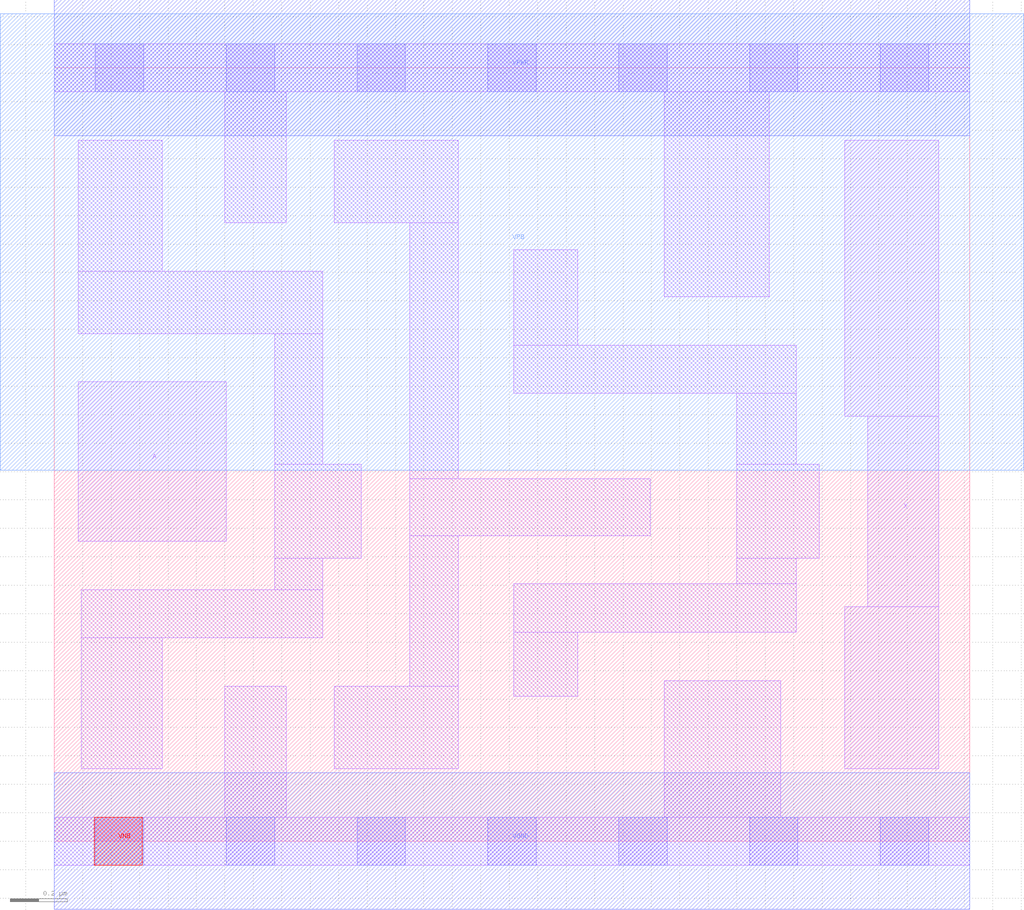
<source format=lef>
# Copyright 2020 The SkyWater PDK Authors
#
# Licensed under the Apache License, Version 2.0 (the "License");
# you may not use this file except in compliance with the License.
# You may obtain a copy of the License at
#
#     https://www.apache.org/licenses/LICENSE-2.0
#
# Unless required by applicable law or agreed to in writing, software
# distributed under the License is distributed on an "AS IS" BASIS,
# WITHOUT WARRANTIES OR CONDITIONS OF ANY KIND, either express or implied.
# See the License for the specific language governing permissions and
# limitations under the License.
#
# SPDX-License-Identifier: Apache-2.0

VERSION 5.7 ;
  NOWIREEXTENSIONATPIN ON ;
  DIVIDERCHAR "/" ;
  BUSBITCHARS "[]" ;
PROPERTYDEFINITIONS
  MACRO maskLayoutSubType STRING ;
  MACRO prCellType STRING ;
  MACRO originalViewName STRING ;
END PROPERTYDEFINITIONS
MACRO sky130_fd_sc_hdll__dlygate4sd2_1
  CLASS CORE ;
  FOREIGN sky130_fd_sc_hdll__dlygate4sd2_1 ;
  ORIGIN  0.000000  0.000000 ;
  SIZE  3.220000 BY  2.720000 ;
  SYMMETRY X Y R90 ;
  SITE unithd ;
  PIN A
    ANTENNAGATEAREA  0.138600 ;
    DIRECTION INPUT ;
    USE SIGNAL ;
    PORT
      LAYER li1 ;
        RECT 0.085000 1.055000 0.605000 1.615000 ;
    END
  END A
  PIN VNB
    PORT
      LAYER pwell ;
        RECT 0.140000 -0.085000 0.310000 0.085000 ;
    END
  END VNB
  PIN VPB
    PORT
      LAYER nwell ;
        RECT -0.190000 1.305000 3.410000 2.910000 ;
    END
  END VPB
  PIN X
    ANTENNADIFFAREA  0.464000 ;
    DIRECTION OUTPUT ;
    USE SIGNAL ;
    PORT
      LAYER li1 ;
        RECT 2.780000 0.255000 3.110000 0.825000 ;
        RECT 2.780000 1.495000 3.110000 2.465000 ;
        RECT 2.860000 0.825000 3.110000 1.495000 ;
    END
  END X
  PIN VGND
    DIRECTION INOUT ;
    USE GROUND ;
    PORT
      LAYER met1 ;
        RECT 0.000000 -0.240000 3.220000 0.240000 ;
    END
  END VGND
  PIN VPWR
    DIRECTION INOUT ;
    USE POWER ;
    PORT
      LAYER met1 ;
        RECT 0.000000 2.480000 3.220000 2.960000 ;
    END
  END VPWR
  OBS
    LAYER li1 ;
      RECT 0.000000 -0.085000 3.220000 0.085000 ;
      RECT 0.000000  2.635000 3.220000 2.805000 ;
      RECT 0.085000  1.785000 0.945000 2.005000 ;
      RECT 0.085000  2.005000 0.380000 2.465000 ;
      RECT 0.095000  0.255000 0.380000 0.715000 ;
      RECT 0.095000  0.715000 0.945000 0.885000 ;
      RECT 0.600000  0.085000 0.815000 0.545000 ;
      RECT 0.600000  2.175000 0.815000 2.635000 ;
      RECT 0.775000  0.885000 0.945000 0.995000 ;
      RECT 0.775000  0.995000 1.080000 1.325000 ;
      RECT 0.775000  1.325000 0.945000 1.785000 ;
      RECT 0.985000  0.255000 1.420000 0.545000 ;
      RECT 0.985000  2.175000 1.420000 2.465000 ;
      RECT 1.250000  0.545000 1.420000 1.075000 ;
      RECT 1.250000  1.075000 2.095000 1.275000 ;
      RECT 1.250000  1.275000 1.420000 2.175000 ;
      RECT 1.615000  0.510000 1.840000 0.735000 ;
      RECT 1.615000  0.735000 2.610000 0.905000 ;
      RECT 1.615000  1.575000 2.610000 1.745000 ;
      RECT 1.615000  1.745000 1.840000 2.080000 ;
      RECT 2.145000  0.085000 2.555000 0.565000 ;
      RECT 2.145000  1.915000 2.515000 2.635000 ;
      RECT 2.400000  0.905000 2.610000 0.995000 ;
      RECT 2.400000  0.995000 2.690000 1.325000 ;
      RECT 2.400000  1.325000 2.610000 1.575000 ;
    LAYER mcon ;
      RECT 0.145000 -0.085000 0.315000 0.085000 ;
      RECT 0.145000  2.635000 0.315000 2.805000 ;
      RECT 0.605000 -0.085000 0.775000 0.085000 ;
      RECT 0.605000  2.635000 0.775000 2.805000 ;
      RECT 1.065000 -0.085000 1.235000 0.085000 ;
      RECT 1.065000  2.635000 1.235000 2.805000 ;
      RECT 1.525000 -0.085000 1.695000 0.085000 ;
      RECT 1.525000  2.635000 1.695000 2.805000 ;
      RECT 1.985000 -0.085000 2.155000 0.085000 ;
      RECT 1.985000  2.635000 2.155000 2.805000 ;
      RECT 2.445000 -0.085000 2.615000 0.085000 ;
      RECT 2.445000  2.635000 2.615000 2.805000 ;
      RECT 2.905000 -0.085000 3.075000 0.085000 ;
      RECT 2.905000  2.635000 3.075000 2.805000 ;
  END
  PROPERTY maskLayoutSubType "abstract" ;
  PROPERTY prCellType "standard" ;
  PROPERTY originalViewName "layout" ;
END sky130_fd_sc_hdll__dlygate4sd2_1
END LIBRARY

</source>
